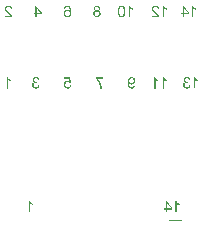
<source format=gbo>
G04*
G04 #@! TF.GenerationSoftware,Altium Limited,Altium Designer,23.8.1 (32)*
G04*
G04 Layer_Color=32896*
%FSLAX44Y44*%
%MOMM*%
G71*
G04*
G04 #@! TF.SameCoordinates,8D1D33FA-23F1-484C-B391-F775C52FBD05*
G04*
G04*
G04 #@! TF.FilePolarity,Positive*
G04*
G01*
G75*
%ADD11C,0.1000*%
G36*
X350291Y245972D02*
X350366Y245859D01*
X350526Y245625D01*
X350694Y245410D01*
X350863Y245213D01*
X350947Y245128D01*
X351022Y245044D01*
X351097Y244978D01*
X351154Y244913D01*
X351200Y244866D01*
X351247Y244828D01*
X351266Y244810D01*
X351275Y244800D01*
X351566Y244566D01*
X351856Y244350D01*
X352147Y244154D01*
X352419Y243994D01*
X352541Y243919D01*
X352653Y243863D01*
X352747Y243807D01*
X352831Y243760D01*
X352906Y243722D01*
X352953Y243694D01*
X352991Y243685D01*
X353000Y243676D01*
Y242542D01*
X352794Y242626D01*
X352578Y242720D01*
X352372Y242823D01*
X352185Y242916D01*
X352016Y243001D01*
X351950Y243038D01*
X351885Y243076D01*
X351838Y243104D01*
X351800Y243123D01*
X351782Y243141D01*
X351772D01*
X351529Y243291D01*
X351304Y243441D01*
X351107Y243582D01*
X350947Y243704D01*
X350816Y243807D01*
X350723Y243891D01*
X350694Y243919D01*
X350666Y243938D01*
X350657Y243957D01*
X350648D01*
Y236449D01*
X349467D01*
Y246094D01*
X350235D01*
X350291Y245972D01*
D02*
G37*
G36*
X346833Y239823D02*
Y238746D01*
X342662D01*
Y236449D01*
X341481D01*
Y238746D01*
X340188D01*
Y239823D01*
X341481D01*
Y246056D01*
X342447D01*
X346833Y239823D01*
D02*
G37*
G36*
X244156Y246084D02*
X244419Y246047D01*
X244663Y245991D01*
X244897Y245925D01*
X245112Y245841D01*
X245309Y245747D01*
X245487Y245644D01*
X245656Y245541D01*
X245797Y245438D01*
X245928Y245335D01*
X246040Y245241D01*
X246125Y245156D01*
X246200Y245091D01*
X246256Y245035D01*
X246284Y244997D01*
X246294Y244988D01*
X246472Y244735D01*
X246631Y244454D01*
X246772Y244144D01*
X246884Y243826D01*
X246987Y243488D01*
X247062Y243151D01*
X247137Y242813D01*
X247184Y242485D01*
X247231Y242176D01*
X247259Y241885D01*
X247287Y241623D01*
X247296Y241501D01*
Y241398D01*
X247306Y241295D01*
Y241201D01*
X247315Y241126D01*
Y241061D01*
Y241004D01*
Y240967D01*
Y240948D01*
Y240939D01*
X247306Y240489D01*
X247278Y240077D01*
X247231Y239683D01*
X247165Y239336D01*
X247099Y239008D01*
X247024Y238717D01*
X246940Y238455D01*
X246846Y238221D01*
X246762Y238015D01*
X246678Y237846D01*
X246603Y237696D01*
X246528Y237574D01*
X246472Y237480D01*
X246425Y237424D01*
X246397Y237377D01*
X246387Y237368D01*
X246209Y237180D01*
X246022Y237012D01*
X245825Y236871D01*
X245619Y236749D01*
X245422Y236637D01*
X245216Y236552D01*
X245028Y236478D01*
X244841Y236421D01*
X244663Y236384D01*
X244503Y236346D01*
X244353Y236327D01*
X244231Y236309D01*
X244128Y236299D01*
X244053Y236290D01*
X243988D01*
X243829Y236299D01*
X243669Y236309D01*
X243379Y236356D01*
X243116Y236421D01*
X242994Y236459D01*
X242891Y236496D01*
X242788Y236534D01*
X242704Y236571D01*
X242629Y236609D01*
X242563Y236637D01*
X242507Y236665D01*
X242469Y236684D01*
X242451Y236702D01*
X242441D01*
X242198Y236871D01*
X241982Y237059D01*
X241804Y237255D01*
X241645Y237452D01*
X241523Y237621D01*
X241476Y237696D01*
X241439Y237761D01*
X241401Y237808D01*
X241382Y237846D01*
X241364Y237874D01*
Y237883D01*
X241232Y238183D01*
X241138Y238474D01*
X241064Y238755D01*
X241017Y239017D01*
X240998Y239139D01*
X240989Y239242D01*
X240979Y239336D01*
Y239421D01*
X240970Y239486D01*
Y239533D01*
Y239561D01*
Y239570D01*
X240979Y239823D01*
X241007Y240058D01*
X241045Y240283D01*
X241101Y240498D01*
X241167Y240695D01*
X241232Y240883D01*
X241307Y241051D01*
X241382Y241201D01*
X241467Y241342D01*
X241542Y241464D01*
X241607Y241567D01*
X241673Y241651D01*
X241729Y241717D01*
X241766Y241773D01*
X241795Y241801D01*
X241804Y241810D01*
X241963Y241960D01*
X242123Y242101D01*
X242291Y242213D01*
X242469Y242317D01*
X242638Y242401D01*
X242798Y242467D01*
X242966Y242523D01*
X243116Y242570D01*
X243257Y242607D01*
X243388Y242635D01*
X243510Y242654D01*
X243613Y242673D01*
X243697D01*
X243754Y242682D01*
X243810D01*
X244063Y242673D01*
X244297Y242635D01*
X244513Y242579D01*
X244709Y242523D01*
X244794Y242495D01*
X244869Y242467D01*
X244934Y242438D01*
X245000Y242410D01*
X245037Y242392D01*
X245075Y242373D01*
X245094Y242363D01*
X245103D01*
X245328Y242232D01*
X245525Y242082D01*
X245703Y241923D01*
X245853Y241764D01*
X245975Y241623D01*
X246031Y241557D01*
X246068Y241501D01*
X246097Y241464D01*
X246125Y241426D01*
X246134Y241407D01*
X246143Y241398D01*
X246134Y241660D01*
X246125Y241904D01*
X246106Y242139D01*
X246087Y242354D01*
X246059Y242551D01*
X246031Y242738D01*
X246003Y242898D01*
X245975Y243048D01*
X245947Y243179D01*
X245919Y243301D01*
X245890Y243394D01*
X245862Y243479D01*
X245844Y243535D01*
X245825Y243582D01*
X245816Y243610D01*
Y243619D01*
X245684Y243901D01*
X245544Y244135D01*
X245394Y244341D01*
X245253Y244510D01*
X245122Y244641D01*
X245028Y244735D01*
X244991Y244772D01*
X244963Y244791D01*
X244944Y244810D01*
X244934D01*
X244766Y244913D01*
X244597Y244997D01*
X244428Y245053D01*
X244278Y245091D01*
X244138Y245110D01*
X244035Y245128D01*
X243941D01*
X243810Y245119D01*
X243688Y245110D01*
X243463Y245053D01*
X243257Y244969D01*
X243088Y244875D01*
X242947Y244782D01*
X242891Y244744D01*
X242844Y244697D01*
X242807Y244669D01*
X242779Y244641D01*
X242769Y244632D01*
X242760Y244622D01*
X242657Y244491D01*
X242563Y244332D01*
X242488Y244163D01*
X242423Y243994D01*
X242376Y243844D01*
X242357Y243779D01*
X242338Y243722D01*
X242329Y243676D01*
X242320Y243638D01*
X242310Y243619D01*
Y243610D01*
X241138Y243704D01*
X241176Y243910D01*
X241223Y244097D01*
X241270Y244275D01*
X241335Y244444D01*
X241410Y244604D01*
X241476Y244744D01*
X241551Y244885D01*
X241626Y244997D01*
X241701Y245100D01*
X241776Y245194D01*
X241842Y245278D01*
X241898Y245344D01*
X241945Y245391D01*
X241982Y245428D01*
X242001Y245447D01*
X242010Y245456D01*
X242151Y245569D01*
X242301Y245663D01*
X242451Y245756D01*
X242610Y245822D01*
X242760Y245888D01*
X242919Y245934D01*
X243210Y246019D01*
X243351Y246038D01*
X243472Y246056D01*
X243585Y246075D01*
X243688Y246084D01*
X243763Y246094D01*
X243875D01*
X244156Y246084D01*
D02*
G37*
G36*
X194279D02*
X194513Y246066D01*
X194738Y246028D01*
X194944Y245981D01*
X195141Y245925D01*
X195319Y245869D01*
X195478Y245803D01*
X195628Y245738D01*
X195760Y245672D01*
X195882Y245606D01*
X195975Y245550D01*
X196060Y245494D01*
X196125Y245447D01*
X196172Y245410D01*
X196200Y245391D01*
X196210Y245381D01*
X196350Y245241D01*
X196481Y245091D01*
X196594Y244932D01*
X196697Y244763D01*
X196781Y244585D01*
X196856Y244416D01*
X196922Y244247D01*
X196978Y244088D01*
X197016Y243929D01*
X197053Y243788D01*
X197081Y243657D01*
X197109Y243544D01*
X197119Y243451D01*
X197128Y243376D01*
X197137Y243338D01*
Y243319D01*
X195928Y243198D01*
X195919Y243366D01*
X195910Y243516D01*
X195882Y243666D01*
X195853Y243797D01*
X195807Y243919D01*
X195769Y244041D01*
X195722Y244144D01*
X195675Y244238D01*
X195628Y244322D01*
X195581Y244397D01*
X195535Y244463D01*
X195497Y244510D01*
X195469Y244547D01*
X195441Y244585D01*
X195432Y244594D01*
X195422Y244604D01*
X195319Y244697D01*
X195216Y244772D01*
X195103Y244847D01*
X194991Y244903D01*
X194766Y244997D01*
X194541Y245053D01*
X194447Y245072D01*
X194354Y245091D01*
X194269Y245100D01*
X194194Y245110D01*
X194138Y245119D01*
X194054D01*
X193904Y245110D01*
X193763Y245100D01*
X193510Y245044D01*
X193285Y244969D01*
X193182Y244922D01*
X193098Y244875D01*
X193013Y244828D01*
X192948Y244782D01*
X192882Y244744D01*
X192835Y244707D01*
X192798Y244678D01*
X192760Y244650D01*
X192751Y244641D01*
X192742Y244632D01*
X192648Y244538D01*
X192573Y244444D01*
X192507Y244341D01*
X192451Y244247D01*
X192357Y244051D01*
X192301Y243863D01*
X192264Y243694D01*
X192254Y243629D01*
X192245Y243573D01*
X192236Y243516D01*
Y243479D01*
Y243460D01*
Y243451D01*
X192245Y243329D01*
X192264Y243198D01*
X192292Y243076D01*
X192320Y242945D01*
X192414Y242710D01*
X192517Y242495D01*
X192573Y242401D01*
X192620Y242307D01*
X192667Y242232D01*
X192714Y242167D01*
X192742Y242110D01*
X192770Y242073D01*
X192789Y242045D01*
X192798Y242035D01*
X192910Y241885D01*
X193051Y241735D01*
X193201Y241567D01*
X193360Y241398D01*
X193707Y241061D01*
X194063Y240733D01*
X194232Y240583D01*
X194391Y240442D01*
X194532Y240311D01*
X194663Y240208D01*
X194766Y240114D01*
X194851Y240048D01*
X194897Y240011D01*
X194916Y239992D01*
X195094Y239842D01*
X195272Y239692D01*
X195432Y239552D01*
X195581Y239421D01*
X195713Y239289D01*
X195844Y239167D01*
X195956Y239055D01*
X196060Y238961D01*
X196153Y238867D01*
X196228Y238783D01*
X196294Y238708D01*
X196350Y238652D01*
X196397Y238605D01*
X196425Y238568D01*
X196444Y238549D01*
X196453Y238539D01*
X196641Y238305D01*
X196800Y238080D01*
X196931Y237865D01*
X197044Y237668D01*
X197128Y237499D01*
X197156Y237433D01*
X197184Y237377D01*
X197203Y237330D01*
X197222Y237293D01*
X197231Y237274D01*
Y237265D01*
X197278Y237115D01*
X197316Y236974D01*
X197334Y236834D01*
X197353Y236712D01*
X197362Y236599D01*
Y236524D01*
Y236468D01*
Y236459D01*
Y236449D01*
X191017D01*
Y237583D01*
X195732D01*
X195657Y237705D01*
X195572Y237818D01*
X195488Y237921D01*
X195413Y238024D01*
X195338Y238099D01*
X195282Y238165D01*
X195244Y238211D01*
X195235Y238221D01*
X195169Y238286D01*
X195085Y238361D01*
X194991Y238455D01*
X194888Y238549D01*
X194663Y238746D01*
X194438Y238942D01*
X194213Y239130D01*
X194119Y239214D01*
X194035Y239289D01*
X193969Y239345D01*
X193913Y239392D01*
X193876Y239421D01*
X193866Y239430D01*
X193641Y239627D01*
X193426Y239805D01*
X193229Y239983D01*
X193051Y240142D01*
X192882Y240292D01*
X192742Y240433D01*
X192601Y240564D01*
X192489Y240676D01*
X192386Y240779D01*
X192292Y240864D01*
X192226Y240939D01*
X192161Y241004D01*
X192114Y241051D01*
X192086Y241089D01*
X192067Y241108D01*
X192057Y241117D01*
X191861Y241342D01*
X191701Y241557D01*
X191561Y241764D01*
X191458Y241932D01*
X191373Y242082D01*
X191345Y242139D01*
X191317Y242195D01*
X191298Y242232D01*
X191280Y242260D01*
X191270Y242279D01*
Y242288D01*
X191186Y242495D01*
X191130Y242701D01*
X191083Y242898D01*
X191055Y243066D01*
X191036Y243216D01*
Y243273D01*
X191026Y243329D01*
Y243366D01*
Y243394D01*
Y243413D01*
Y243423D01*
X191036Y243629D01*
X191064Y243826D01*
X191101Y244022D01*
X191148Y244200D01*
X191214Y244369D01*
X191280Y244519D01*
X191355Y244669D01*
X191430Y244800D01*
X191504Y244922D01*
X191579Y245025D01*
X191645Y245110D01*
X191711Y245185D01*
X191758Y245250D01*
X191795Y245288D01*
X191823Y245316D01*
X191833Y245325D01*
X191992Y245456D01*
X192161Y245578D01*
X192329Y245681D01*
X192517Y245766D01*
X192695Y245841D01*
X192882Y245906D01*
X193060Y245953D01*
X193229Y246000D01*
X193398Y246028D01*
X193548Y246056D01*
X193679Y246075D01*
X193791Y246084D01*
X193895D01*
X193960Y246094D01*
X194026D01*
X194279Y246084D01*
D02*
G37*
G36*
X222193Y239861D02*
Y238783D01*
X218023D01*
Y236487D01*
X216842D01*
Y238783D01*
X215548D01*
Y239861D01*
X216842D01*
Y246094D01*
X217807D01*
X222193Y239861D01*
D02*
G37*
G36*
X318743Y246084D02*
X318978Y246066D01*
X319203Y246028D01*
X319409Y245981D01*
X319606Y245925D01*
X319784Y245869D01*
X319943Y245803D01*
X320093Y245738D01*
X320224Y245672D01*
X320346Y245606D01*
X320440Y245550D01*
X320524Y245494D01*
X320590Y245447D01*
X320637Y245410D01*
X320665Y245391D01*
X320674Y245381D01*
X320815Y245241D01*
X320946Y245091D01*
X321059Y244932D01*
X321162Y244763D01*
X321246Y244585D01*
X321321Y244416D01*
X321387Y244247D01*
X321443Y244088D01*
X321480Y243929D01*
X321518Y243788D01*
X321546Y243657D01*
X321574Y243544D01*
X321583Y243451D01*
X321593Y243376D01*
X321602Y243338D01*
Y243319D01*
X320393Y243198D01*
X320384Y243366D01*
X320374Y243516D01*
X320346Y243666D01*
X320318Y243797D01*
X320271Y243919D01*
X320234Y244041D01*
X320187Y244144D01*
X320140Y244238D01*
X320093Y244322D01*
X320046Y244397D01*
X319999Y244463D01*
X319962Y244510D01*
X319934Y244547D01*
X319906Y244585D01*
X319896Y244594D01*
X319887Y244604D01*
X319784Y244697D01*
X319681Y244772D01*
X319568Y244847D01*
X319456Y244903D01*
X319231Y244997D01*
X319006Y245053D01*
X318912Y245072D01*
X318818Y245091D01*
X318734Y245100D01*
X318659Y245110D01*
X318603Y245119D01*
X318519D01*
X318369Y245110D01*
X318228Y245100D01*
X317975Y245044D01*
X317750Y244969D01*
X317647Y244922D01*
X317563Y244875D01*
X317478Y244828D01*
X317413Y244782D01*
X317347Y244744D01*
X317300Y244707D01*
X317263Y244678D01*
X317225Y244650D01*
X317216Y244641D01*
X317206Y244632D01*
X317113Y244538D01*
X317038Y244444D01*
X316972Y244341D01*
X316916Y244247D01*
X316822Y244051D01*
X316766Y243863D01*
X316728Y243694D01*
X316719Y243629D01*
X316710Y243573D01*
X316700Y243516D01*
Y243479D01*
Y243460D01*
Y243451D01*
X316710Y243329D01*
X316728Y243198D01*
X316756Y243076D01*
X316785Y242945D01*
X316878Y242710D01*
X316982Y242495D01*
X317038Y242401D01*
X317085Y242307D01*
X317131Y242232D01*
X317178Y242167D01*
X317206Y242110D01*
X317234Y242073D01*
X317253Y242045D01*
X317263Y242035D01*
X317375Y241885D01*
X317516Y241735D01*
X317666Y241567D01*
X317825Y241398D01*
X318172Y241061D01*
X318528Y240733D01*
X318697Y240583D01*
X318856Y240442D01*
X318997Y240311D01*
X319128Y240208D01*
X319231Y240114D01*
X319315Y240048D01*
X319362Y240011D01*
X319381Y239992D01*
X319559Y239842D01*
X319737Y239692D01*
X319896Y239552D01*
X320046Y239421D01*
X320177Y239289D01*
X320309Y239167D01*
X320421Y239055D01*
X320524Y238961D01*
X320618Y238867D01*
X320693Y238783D01*
X320759Y238708D01*
X320815Y238652D01*
X320862Y238605D01*
X320890Y238568D01*
X320909Y238549D01*
X320918Y238539D01*
X321105Y238305D01*
X321265Y238080D01*
X321396Y237865D01*
X321508Y237668D01*
X321593Y237499D01*
X321621Y237433D01*
X321649Y237377D01*
X321668Y237330D01*
X321687Y237293D01*
X321696Y237274D01*
Y237265D01*
X321743Y237115D01*
X321780Y236974D01*
X321799Y236834D01*
X321818Y236712D01*
X321827Y236599D01*
Y236524D01*
Y236468D01*
Y236459D01*
Y236449D01*
X315482D01*
Y237583D01*
X320196D01*
X320121Y237705D01*
X320037Y237818D01*
X319953Y237921D01*
X319878Y238024D01*
X319803Y238099D01*
X319746Y238165D01*
X319709Y238211D01*
X319699Y238221D01*
X319634Y238286D01*
X319550Y238361D01*
X319456Y238455D01*
X319353Y238549D01*
X319128Y238746D01*
X318903Y238942D01*
X318678Y239130D01*
X318584Y239214D01*
X318500Y239289D01*
X318434Y239345D01*
X318378Y239392D01*
X318340Y239421D01*
X318331Y239430D01*
X318106Y239627D01*
X317891Y239805D01*
X317694Y239983D01*
X317516Y240142D01*
X317347Y240292D01*
X317206Y240433D01*
X317066Y240564D01*
X316953Y240676D01*
X316850Y240779D01*
X316756Y240864D01*
X316691Y240939D01*
X316625Y241004D01*
X316578Y241051D01*
X316550Y241089D01*
X316532Y241108D01*
X316522Y241117D01*
X316325Y241342D01*
X316166Y241557D01*
X316026Y241764D01*
X315922Y241932D01*
X315838Y242082D01*
X315810Y242139D01*
X315782Y242195D01*
X315763Y242232D01*
X315744Y242260D01*
X315735Y242279D01*
Y242288D01*
X315651Y242495D01*
X315594Y242701D01*
X315548Y242898D01*
X315519Y243066D01*
X315501Y243216D01*
Y243273D01*
X315491Y243329D01*
Y243366D01*
Y243394D01*
Y243413D01*
Y243423D01*
X315501Y243629D01*
X315529Y243826D01*
X315566Y244022D01*
X315613Y244200D01*
X315679Y244369D01*
X315744Y244519D01*
X315819Y244669D01*
X315894Y244800D01*
X315969Y244922D01*
X316044Y245025D01*
X316110Y245110D01*
X316175Y245185D01*
X316222Y245250D01*
X316260Y245288D01*
X316288Y245316D01*
X316297Y245325D01*
X316457Y245456D01*
X316625Y245578D01*
X316794Y245681D01*
X316982Y245766D01*
X317160Y245841D01*
X317347Y245906D01*
X317525Y245953D01*
X317694Y246000D01*
X317862Y246028D01*
X318012Y246056D01*
X318144Y246075D01*
X318256Y246084D01*
X318359D01*
X318425Y246094D01*
X318490D01*
X318743Y246084D01*
D02*
G37*
G36*
X325520Y245972D02*
X325595Y245859D01*
X325754Y245625D01*
X325923Y245410D01*
X326092Y245213D01*
X326176Y245128D01*
X326251Y245044D01*
X326326Y244978D01*
X326382Y244913D01*
X326429Y244866D01*
X326476Y244828D01*
X326495Y244810D01*
X326504Y244800D01*
X326795Y244566D01*
X327085Y244350D01*
X327376Y244154D01*
X327648Y243994D01*
X327769Y243919D01*
X327882Y243863D01*
X327976Y243807D01*
X328060Y243760D01*
X328135Y243722D01*
X328182Y243694D01*
X328219Y243685D01*
X328229Y243676D01*
Y242542D01*
X328022Y242626D01*
X327807Y242720D01*
X327601Y242823D01*
X327413Y242916D01*
X327244Y243001D01*
X327179Y243038D01*
X327113Y243076D01*
X327066Y243104D01*
X327029Y243123D01*
X327010Y243141D01*
X327001D01*
X326757Y243291D01*
X326532Y243441D01*
X326335Y243582D01*
X326176Y243704D01*
X326045Y243807D01*
X325951Y243891D01*
X325923Y243919D01*
X325895Y243938D01*
X325885Y243957D01*
X325876D01*
Y236449D01*
X324695D01*
Y246094D01*
X325464D01*
X325520Y245972D01*
D02*
G37*
G36*
X296827D02*
X296902Y245859D01*
X297062Y245625D01*
X297230Y245410D01*
X297399Y245213D01*
X297483Y245128D01*
X297558Y245044D01*
X297633Y244978D01*
X297690Y244913D01*
X297736Y244866D01*
X297783Y244828D01*
X297802Y244810D01*
X297811Y244800D01*
X298102Y244566D01*
X298393Y244350D01*
X298683Y244154D01*
X298955Y243994D01*
X299077Y243919D01*
X299189Y243863D01*
X299283Y243807D01*
X299367Y243760D01*
X299442Y243722D01*
X299489Y243694D01*
X299527Y243685D01*
X299536Y243676D01*
Y242542D01*
X299330Y242626D01*
X299114Y242720D01*
X298908Y242823D01*
X298721Y242916D01*
X298552Y243001D01*
X298486Y243038D01*
X298421Y243076D01*
X298374Y243104D01*
X298336Y243123D01*
X298318Y243141D01*
X298308D01*
X298064Y243291D01*
X297840Y243441D01*
X297643Y243582D01*
X297483Y243704D01*
X297352Y243807D01*
X297258Y243891D01*
X297230Y243919D01*
X297202Y243938D01*
X297193Y243957D01*
X297183D01*
Y236449D01*
X296003D01*
Y246094D01*
X296771D01*
X296827Y245972D01*
D02*
G37*
G36*
X290051Y246084D02*
X290229Y246066D01*
X290407Y246038D01*
X290566Y246009D01*
X290726Y245963D01*
X290866Y245916D01*
X290998Y245869D01*
X291119Y245813D01*
X291222Y245756D01*
X291326Y245709D01*
X291401Y245663D01*
X291476Y245616D01*
X291522Y245588D01*
X291569Y245560D01*
X291588Y245541D01*
X291597Y245531D01*
X291719Y245419D01*
X291841Y245297D01*
X292057Y245044D01*
X292235Y244782D01*
X292375Y244519D01*
X292441Y244397D01*
X292488Y244285D01*
X292535Y244191D01*
X292572Y244097D01*
X292600Y244032D01*
X292619Y243976D01*
X292638Y243938D01*
Y243929D01*
X292694Y243722D01*
X292750Y243516D01*
X292835Y243057D01*
X292900Y242607D01*
X292919Y242382D01*
X292938Y242167D01*
X292956Y241960D01*
X292966Y241773D01*
X292975Y241614D01*
Y241464D01*
X292985Y241351D01*
Y241257D01*
Y241201D01*
Y241192D01*
Y241182D01*
X292975Y240695D01*
X292947Y240236D01*
X292900Y239823D01*
X292835Y239430D01*
X292769Y239083D01*
X292685Y238764D01*
X292600Y238474D01*
X292507Y238221D01*
X292422Y237996D01*
X292338Y237799D01*
X292253Y237640D01*
X292188Y237508D01*
X292122Y237405D01*
X292075Y237330D01*
X292047Y237293D01*
X292038Y237274D01*
X291888Y237105D01*
X291719Y236946D01*
X291541Y236815D01*
X291363Y236702D01*
X291185Y236609D01*
X290998Y236534D01*
X290819Y236468D01*
X290651Y236412D01*
X290491Y236374D01*
X290341Y236346D01*
X290201Y236318D01*
X290088Y236309D01*
X289985Y236299D01*
X289920Y236290D01*
X289854D01*
X289657Y236299D01*
X289479Y236318D01*
X289301Y236346D01*
X289142Y236374D01*
X288982Y236421D01*
X288842Y236468D01*
X288711Y236515D01*
X288589Y236571D01*
X288486Y236627D01*
X288392Y236674D01*
X288308Y236721D01*
X288242Y236768D01*
X288186Y236796D01*
X288148Y236824D01*
X288130Y236843D01*
X288120Y236852D01*
X287998Y236965D01*
X287876Y237087D01*
X287661Y237340D01*
X287483Y237612D01*
X287342Y237865D01*
X287277Y237986D01*
X287230Y238099D01*
X287183Y238193D01*
X287145Y238286D01*
X287117Y238352D01*
X287099Y238408D01*
X287080Y238446D01*
Y238455D01*
X287014Y238661D01*
X286958Y238867D01*
X286874Y239317D01*
X286808Y239777D01*
X286789Y239992D01*
X286770Y240208D01*
X286752Y240414D01*
X286742Y240592D01*
X286733Y240761D01*
Y240901D01*
X286724Y241023D01*
Y241108D01*
Y241164D01*
Y241182D01*
Y241445D01*
X286733Y241689D01*
X286742Y241923D01*
X286761Y242139D01*
X286780Y242345D01*
X286799Y242523D01*
X286817Y242701D01*
X286836Y242851D01*
X286855Y242991D01*
X286874Y243113D01*
X286892Y243216D01*
X286911Y243301D01*
X286930Y243366D01*
X286939Y243413D01*
X286949Y243441D01*
Y243451D01*
X287033Y243751D01*
X287136Y244032D01*
X287230Y244275D01*
X287277Y244379D01*
X287323Y244482D01*
X287370Y244566D01*
X287408Y244650D01*
X287445Y244716D01*
X287473Y244772D01*
X287502Y244819D01*
X287520Y244847D01*
X287539Y244866D01*
Y244875D01*
X287689Y245082D01*
X287848Y245269D01*
X288008Y245419D01*
X288158Y245550D01*
X288298Y245644D01*
X288401Y245719D01*
X288448Y245747D01*
X288476Y245756D01*
X288495Y245775D01*
X288504D01*
X288729Y245878D01*
X288964Y245963D01*
X289189Y246019D01*
X289395Y246056D01*
X289489Y246066D01*
X289582Y246075D01*
X289657Y246084D01*
X289723Y246094D01*
X289854D01*
X290051Y246084D01*
D02*
G37*
G36*
X269222D02*
X269447Y246066D01*
X269644Y246028D01*
X269841Y245981D01*
X270019Y245925D01*
X270187Y245869D01*
X270337Y245803D01*
X270469Y245738D01*
X270590Y245663D01*
X270703Y245597D01*
X270787Y245541D01*
X270862Y245485D01*
X270928Y245438D01*
X270965Y245400D01*
X270993Y245381D01*
X271003Y245372D01*
X271134Y245231D01*
X271246Y245091D01*
X271350Y244941D01*
X271434Y244800D01*
X271509Y244650D01*
X271565Y244500D01*
X271621Y244360D01*
X271659Y244229D01*
X271687Y244097D01*
X271715Y243976D01*
X271734Y243872D01*
X271743Y243788D01*
Y243713D01*
X271752Y243657D01*
Y243619D01*
Y243610D01*
X271734Y243357D01*
X271696Y243132D01*
X271640Y242926D01*
X271574Y242757D01*
X271518Y242617D01*
X271490Y242560D01*
X271462Y242504D01*
X271434Y242467D01*
X271425Y242438D01*
X271406Y242429D01*
Y242420D01*
X271256Y242242D01*
X271087Y242092D01*
X270900Y241960D01*
X270721Y241848D01*
X270562Y241764D01*
X270487Y241726D01*
X270431Y241698D01*
X270384Y241679D01*
X270337Y241660D01*
X270319Y241651D01*
X270309D01*
X270469Y241604D01*
X270618Y241548D01*
X270759Y241492D01*
X270890Y241426D01*
X271012Y241351D01*
X271125Y241276D01*
X271228Y241211D01*
X271321Y241136D01*
X271396Y241070D01*
X271471Y241004D01*
X271528Y240948D01*
X271584Y240892D01*
X271621Y240845D01*
X271649Y240817D01*
X271659Y240798D01*
X271668Y240789D01*
X271752Y240667D01*
X271818Y240545D01*
X271884Y240414D01*
X271940Y240283D01*
X272024Y240020D01*
X272081Y239767D01*
X272099Y239655D01*
X272109Y239552D01*
X272118Y239458D01*
X272127Y239383D01*
X272137Y239317D01*
Y239261D01*
Y239233D01*
Y239224D01*
X272127Y238989D01*
X272099Y238774D01*
X272052Y238568D01*
X272006Y238371D01*
X271940Y238183D01*
X271865Y238005D01*
X271790Y237846D01*
X271706Y237705D01*
X271621Y237574D01*
X271546Y237462D01*
X271471Y237358D01*
X271406Y237274D01*
X271350Y237208D01*
X271312Y237162D01*
X271284Y237134D01*
X271275Y237124D01*
X271106Y236974D01*
X270928Y236852D01*
X270740Y236740D01*
X270543Y236646D01*
X270356Y236562D01*
X270168Y236496D01*
X269981Y236440D01*
X269803Y236393D01*
X269634Y236356D01*
X269475Y236337D01*
X269334Y236318D01*
X269212Y236299D01*
X269119D01*
X269044Y236290D01*
X268978D01*
X268716Y236299D01*
X268472Y236327D01*
X268238Y236365D01*
X268022Y236421D01*
X267816Y236487D01*
X267629Y236552D01*
X267451Y236627D01*
X267291Y236712D01*
X267160Y236787D01*
X267029Y236862D01*
X266926Y236927D01*
X266841Y236993D01*
X266776Y237049D01*
X266719Y237087D01*
X266691Y237115D01*
X266682Y237124D01*
X266532Y237283D01*
X266391Y237452D01*
X266279Y237621D01*
X266176Y237799D01*
X266091Y237977D01*
X266026Y238146D01*
X265970Y238314D01*
X265923Y238474D01*
X265885Y238624D01*
X265857Y238764D01*
X265838Y238886D01*
X265820Y238989D01*
Y239074D01*
X265810Y239139D01*
Y239186D01*
Y239195D01*
X265820Y239364D01*
X265829Y239514D01*
X265885Y239814D01*
X265960Y240067D01*
X265998Y240189D01*
X266045Y240292D01*
X266091Y240386D01*
X266129Y240480D01*
X266166Y240545D01*
X266204Y240611D01*
X266232Y240658D01*
X266260Y240695D01*
X266269Y240714D01*
X266279Y240723D01*
X266373Y240836D01*
X266466Y240948D01*
X266682Y241136D01*
X266907Y241295D01*
X267122Y241426D01*
X267319Y241529D01*
X267404Y241567D01*
X267479Y241595D01*
X267535Y241623D01*
X267582Y241642D01*
X267610Y241651D01*
X267619D01*
X267366Y241764D01*
X267151Y241885D01*
X266973Y242007D01*
X266822Y242129D01*
X266710Y242242D01*
X266626Y242326D01*
X266579Y242392D01*
X266560Y242401D01*
Y242410D01*
X266438Y242607D01*
X266354Y242804D01*
X266288Y243001D01*
X266251Y243179D01*
X266223Y243338D01*
X266213Y243413D01*
Y243469D01*
X266204Y243516D01*
Y243554D01*
Y243573D01*
Y243582D01*
X266213Y243779D01*
X266232Y243957D01*
X266279Y244135D01*
X266326Y244304D01*
X266382Y244463D01*
X266448Y244604D01*
X266513Y244744D01*
X266588Y244866D01*
X266663Y244978D01*
X266729Y245072D01*
X266794Y245166D01*
X266851Y245231D01*
X266898Y245288D01*
X266935Y245325D01*
X266963Y245353D01*
X266973Y245363D01*
X267122Y245494D01*
X267282Y245606D01*
X267441Y245700D01*
X267610Y245784D01*
X267778Y245859D01*
X267947Y245916D01*
X268116Y245963D01*
X268275Y246000D01*
X268425Y246028D01*
X268556Y246056D01*
X268678Y246075D01*
X268791Y246084D01*
X268875Y246094D01*
X268997D01*
X269222Y246084D01*
D02*
G37*
G36*
X298645Y185616D02*
X298879Y185588D01*
X299095Y185541D01*
X299301Y185484D01*
X299488Y185419D01*
X299666Y185344D01*
X299835Y185259D01*
X299985Y185184D01*
X300116Y185100D01*
X300238Y185016D01*
X300332Y184941D01*
X300416Y184875D01*
X300491Y184819D01*
X300538Y184772D01*
X300566Y184744D01*
X300575Y184735D01*
X300725Y184566D01*
X300856Y184378D01*
X300969Y184191D01*
X301072Y183994D01*
X301147Y183797D01*
X301222Y183601D01*
X301278Y183404D01*
X301325Y183226D01*
X301353Y183048D01*
X301381Y182888D01*
X301400Y182748D01*
X301419Y182626D01*
Y182523D01*
X301428Y182448D01*
Y182401D01*
Y182382D01*
X301419Y182120D01*
X301391Y181876D01*
X301353Y181651D01*
X301297Y181426D01*
X301241Y181229D01*
X301166Y181042D01*
X301091Y180864D01*
X301016Y180714D01*
X300941Y180573D01*
X300866Y180451D01*
X300791Y180348D01*
X300735Y180264D01*
X300678Y180198D01*
X300641Y180142D01*
X300613Y180114D01*
X300604Y180105D01*
X300444Y179954D01*
X300275Y179823D01*
X300107Y179701D01*
X299938Y179608D01*
X299769Y179523D01*
X299601Y179448D01*
X299441Y179392D01*
X299282Y179355D01*
X299141Y179317D01*
X299010Y179289D01*
X298888Y179270D01*
X298785Y179252D01*
X298701D01*
X298645Y179242D01*
X298588D01*
X298326Y179261D01*
X298082Y179298D01*
X297857Y179355D01*
X297661Y179420D01*
X297576Y179448D01*
X297501Y179477D01*
X297426Y179505D01*
X297370Y179533D01*
X297323Y179561D01*
X297295Y179570D01*
X297276Y179589D01*
X297267D01*
X297051Y179730D01*
X296854Y179879D01*
X296686Y180030D01*
X296545Y180170D01*
X296433Y180301D01*
X296358Y180404D01*
X296330Y180442D01*
X296311Y180470D01*
X296292Y180489D01*
Y180395D01*
Y180329D01*
Y180283D01*
Y180264D01*
X296301Y179992D01*
X296320Y179730D01*
X296348Y179486D01*
X296376Y179270D01*
X296395Y179167D01*
X296414Y179083D01*
X296433Y179008D01*
X296442Y178942D01*
X296451Y178895D01*
X296461Y178849D01*
X296470Y178830D01*
Y178820D01*
X296536Y178567D01*
X296611Y178352D01*
X296686Y178155D01*
X296761Y177996D01*
X296817Y177864D01*
X296864Y177771D01*
X296882Y177743D01*
X296901Y177715D01*
X296911Y177705D01*
Y177696D01*
X297014Y177546D01*
X297117Y177415D01*
X297229Y177302D01*
X297342Y177208D01*
X297435Y177133D01*
X297511Y177077D01*
X297557Y177040D01*
X297567Y177030D01*
X297576D01*
X297735Y176946D01*
X297895Y176890D01*
X298064Y176843D01*
X298204Y176815D01*
X298335Y176796D01*
X298438Y176787D01*
X298532D01*
X298757Y176805D01*
X298963Y176843D01*
X299141Y176899D01*
X299291Y176965D01*
X299413Y177030D01*
X299498Y177087D01*
X299554Y177124D01*
X299563Y177143D01*
X299573D01*
X299648Y177218D01*
X299713Y177302D01*
X299825Y177480D01*
X299919Y177677D01*
X299994Y177864D01*
X300051Y178043D01*
X300069Y178118D01*
X300088Y178183D01*
X300097Y178239D01*
X300107Y178277D01*
X300116Y178305D01*
Y178314D01*
X301250Y178211D01*
X301213Y178005D01*
X301175Y177808D01*
X301119Y177621D01*
X301053Y177452D01*
X300988Y177293D01*
X300922Y177152D01*
X300847Y177012D01*
X300772Y176899D01*
X300697Y176787D01*
X300632Y176702D01*
X300566Y176618D01*
X300510Y176552D01*
X300463Y176505D01*
X300425Y176468D01*
X300407Y176449D01*
X300397Y176440D01*
X300257Y176327D01*
X300116Y176234D01*
X299966Y176149D01*
X299807Y176084D01*
X299657Y176018D01*
X299498Y175971D01*
X299207Y175896D01*
X299076Y175877D01*
X298944Y175859D01*
X298832Y175840D01*
X298738Y175831D01*
X298663Y175821D01*
X298551D01*
X298354Y175831D01*
X298167Y175849D01*
X297988Y175877D01*
X297820Y175906D01*
X297651Y175952D01*
X297501Y175999D01*
X297360Y176046D01*
X297229Y176102D01*
X297117Y176159D01*
X297014Y176206D01*
X296920Y176252D01*
X296845Y176299D01*
X296779Y176327D01*
X296742Y176355D01*
X296714Y176374D01*
X296705Y176384D01*
X296564Y176496D01*
X296423Y176618D01*
X296189Y176880D01*
X295983Y177162D01*
X295814Y177424D01*
X295739Y177555D01*
X295683Y177668D01*
X295636Y177771D01*
X295589Y177864D01*
X295552Y177939D01*
X295533Y177996D01*
X295514Y178033D01*
Y178043D01*
X295439Y178258D01*
X295383Y178483D01*
X295327Y178717D01*
X295280Y178961D01*
X295205Y179448D01*
X295186Y179692D01*
X295158Y179917D01*
X295149Y180142D01*
X295130Y180339D01*
X295121Y180517D01*
Y180676D01*
X295111Y180798D01*
Y180892D01*
Y180929D01*
Y180957D01*
Y180967D01*
Y180976D01*
Y181295D01*
X295130Y181604D01*
X295149Y181885D01*
X295177Y182148D01*
X295205Y182391D01*
X295242Y182607D01*
X295271Y182813D01*
X295308Y182991D01*
X295345Y183151D01*
X295383Y183291D01*
X295420Y183404D01*
X295448Y183507D01*
X295477Y183582D01*
X295495Y183629D01*
X295505Y183666D01*
X295514Y183675D01*
X295589Y183844D01*
X295683Y184004D01*
X295777Y184153D01*
X295870Y184294D01*
X295964Y184425D01*
X296067Y184547D01*
X296161Y184650D01*
X296255Y184753D01*
X296348Y184838D01*
X296423Y184913D01*
X296498Y184969D01*
X296564Y185025D01*
X296620Y185063D01*
X296658Y185100D01*
X296686Y185110D01*
X296695Y185119D01*
X296845Y185213D01*
X296995Y185287D01*
X297145Y185353D01*
X297295Y185409D01*
X297576Y185503D01*
X297848Y185559D01*
X297960Y185588D01*
X298073Y185597D01*
X298167Y185606D01*
X298251Y185616D01*
X298316Y185625D01*
X298410D01*
X298645Y185616D01*
D02*
G37*
G36*
X217486D02*
X217692Y185597D01*
X217879Y185569D01*
X218057Y185522D01*
X218226Y185475D01*
X218385Y185419D01*
X218535Y185362D01*
X218667Y185297D01*
X218779Y185241D01*
X218892Y185175D01*
X218976Y185119D01*
X219051Y185072D01*
X219116Y185025D01*
X219154Y184997D01*
X219182Y184978D01*
X219191Y184969D01*
X219323Y184838D01*
X219454Y184706D01*
X219566Y184557D01*
X219660Y184407D01*
X219754Y184257D01*
X219829Y184097D01*
X219904Y183947D01*
X219960Y183807D01*
X220016Y183666D01*
X220054Y183544D01*
X220091Y183422D01*
X220119Y183329D01*
X220138Y183244D01*
X220157Y183188D01*
X220166Y183141D01*
Y183132D01*
X218985Y182926D01*
X218957Y183085D01*
X218929Y183226D01*
X218882Y183366D01*
X218845Y183488D01*
X218798Y183610D01*
X218751Y183713D01*
X218695Y183807D01*
X218648Y183900D01*
X218601Y183975D01*
X218554Y184041D01*
X218517Y184097D01*
X218479Y184135D01*
X218451Y184172D01*
X218423Y184200D01*
X218414Y184210D01*
X218404Y184219D01*
X218320Y184294D01*
X218226Y184369D01*
X218029Y184472D01*
X217842Y184557D01*
X217654Y184603D01*
X217495Y184641D01*
X217429Y184650D01*
X217364D01*
X217317Y184660D01*
X217120D01*
X217008Y184641D01*
X216783Y184594D01*
X216586Y184519D01*
X216427Y184444D01*
X216295Y184369D01*
X216192Y184294D01*
X216164Y184266D01*
X216136Y184247D01*
X216127Y184238D01*
X216117Y184228D01*
X216042Y184144D01*
X215967Y184060D01*
X215864Y183882D01*
X215780Y183704D01*
X215733Y183535D01*
X215695Y183385D01*
X215686Y183319D01*
Y183263D01*
X215677Y183216D01*
Y183179D01*
Y183160D01*
Y183151D01*
X215686Y183001D01*
X215705Y182869D01*
X215733Y182738D01*
X215770Y182616D01*
X215817Y182513D01*
X215874Y182410D01*
X215920Y182316D01*
X215977Y182241D01*
X216042Y182167D01*
X216089Y182110D01*
X216145Y182054D01*
X216192Y182017D01*
X216230Y181979D01*
X216258Y181960D01*
X216277Y181951D01*
X216286Y181942D01*
X216520Y181810D01*
X216755Y181717D01*
X216980Y181642D01*
X217195Y181595D01*
X217289Y181585D01*
X217373Y181567D01*
X217448Y181557D01*
X217514D01*
X217570Y181548D01*
X217701D01*
X217767Y181557D01*
X217814Y181567D01*
X217832D01*
X217964Y180536D01*
X217786Y180573D01*
X217626Y180611D01*
X217486Y180629D01*
X217364Y180639D01*
X217270Y180648D01*
X217195Y180658D01*
X217139D01*
X216989Y180648D01*
X216848Y180639D01*
X216586Y180573D01*
X216352Y180489D01*
X216248Y180442D01*
X216155Y180395D01*
X216070Y180348D01*
X216005Y180301D01*
X215939Y180254D01*
X215883Y180217D01*
X215845Y180180D01*
X215817Y180151D01*
X215799Y180142D01*
X215789Y180133D01*
X215695Y180030D01*
X215611Y179926D01*
X215546Y179814D01*
X215480Y179701D01*
X215424Y179589D01*
X215386Y179477D01*
X215321Y179270D01*
X215302Y179167D01*
X215283Y179083D01*
X215274Y178999D01*
X215264Y178933D01*
X215255Y178867D01*
Y178830D01*
Y178802D01*
Y178792D01*
X215264Y178633D01*
X215283Y178483D01*
X215311Y178342D01*
X215339Y178211D01*
X215433Y177967D01*
X215489Y177855D01*
X215536Y177761D01*
X215592Y177668D01*
X215649Y177593D01*
X215695Y177527D01*
X215733Y177471D01*
X215770Y177424D01*
X215799Y177396D01*
X215817Y177377D01*
X215827Y177368D01*
X215939Y177265D01*
X216052Y177180D01*
X216164Y177105D01*
X216286Y177040D01*
X216408Y176983D01*
X216520Y176937D01*
X216745Y176871D01*
X216848Y176843D01*
X216942Y176824D01*
X217017Y176815D01*
X217092Y176805D01*
X217148Y176796D01*
X217233D01*
X217364Y176805D01*
X217486Y176815D01*
X217711Y176862D01*
X217917Y176937D01*
X218095Y177021D01*
X218235Y177096D01*
X218292Y177133D01*
X218339Y177171D01*
X218376Y177199D01*
X218404Y177218D01*
X218414Y177236D01*
X218423D01*
X218507Y177330D01*
X218592Y177424D01*
X218732Y177649D01*
X218854Y177893D01*
X218948Y178127D01*
X218985Y178239D01*
X219023Y178342D01*
X219051Y178445D01*
X219070Y178521D01*
X219088Y178596D01*
X219098Y178642D01*
X219107Y178680D01*
Y178689D01*
X220288Y178530D01*
X220260Y178305D01*
X220213Y178099D01*
X220157Y177902D01*
X220091Y177715D01*
X220016Y177536D01*
X219941Y177377D01*
X219857Y177227D01*
X219773Y177096D01*
X219688Y176974D01*
X219613Y176871D01*
X219538Y176787D01*
X219473Y176712D01*
X219416Y176646D01*
X219379Y176609D01*
X219351Y176580D01*
X219341Y176571D01*
X219182Y176440D01*
X219013Y176327D01*
X218835Y176224D01*
X218657Y176140D01*
X218489Y176065D01*
X218310Y176009D01*
X218142Y175952D01*
X217982Y175915D01*
X217823Y175887D01*
X217682Y175859D01*
X217561Y175840D01*
X217448Y175831D01*
X217364D01*
X217298Y175821D01*
X217242D01*
X216980Y175831D01*
X216736Y175859D01*
X216502Y175906D01*
X216286Y175962D01*
X216080Y176027D01*
X215892Y176093D01*
X215714Y176177D01*
X215555Y176262D01*
X215405Y176337D01*
X215283Y176421D01*
X215171Y176487D01*
X215086Y176562D01*
X215011Y176609D01*
X214955Y176655D01*
X214927Y176684D01*
X214918Y176693D01*
X214758Y176862D01*
X214618Y177030D01*
X214496Y177218D01*
X214383Y177396D01*
X214299Y177574D01*
X214224Y177752D01*
X214158Y177921D01*
X214111Y178080D01*
X214074Y178239D01*
X214046Y178380D01*
X214027Y178502D01*
X214008Y178614D01*
Y178699D01*
X213999Y178764D01*
Y178811D01*
Y178820D01*
X214008Y178989D01*
X214018Y179158D01*
X214074Y179458D01*
X214111Y179589D01*
X214149Y179720D01*
X214196Y179833D01*
X214233Y179945D01*
X214280Y180039D01*
X214327Y180123D01*
X214365Y180198D01*
X214402Y180254D01*
X214430Y180301D01*
X214458Y180339D01*
X214468Y180358D01*
X214477Y180367D01*
X214571Y180479D01*
X214664Y180583D01*
X214880Y180751D01*
X215105Y180901D01*
X215311Y181004D01*
X215508Y181089D01*
X215583Y181117D01*
X215658Y181145D01*
X215714Y181164D01*
X215761Y181173D01*
X215789Y181182D01*
X215799D01*
X215564Y181304D01*
X215367Y181435D01*
X215199Y181567D01*
X215058Y181698D01*
X214946Y181810D01*
X214871Y181904D01*
X214843Y181942D01*
X214824Y181970D01*
X214805Y181979D01*
Y181988D01*
X214693Y182185D01*
X214608Y182382D01*
X214552Y182570D01*
X214505Y182748D01*
X214486Y182897D01*
X214477Y182963D01*
Y183019D01*
X214468Y183066D01*
Y183094D01*
Y183113D01*
Y183123D01*
X214486Y183366D01*
X214524Y183591D01*
X214580Y183807D01*
X214646Y183985D01*
X214711Y184144D01*
X214739Y184210D01*
X214768Y184257D01*
X214786Y184303D01*
X214805Y184331D01*
X214824Y184350D01*
Y184360D01*
X214964Y184566D01*
X215124Y184753D01*
X215292Y184913D01*
X215461Y185044D01*
X215611Y185147D01*
X215667Y185194D01*
X215724Y185222D01*
X215770Y185250D01*
X215808Y185269D01*
X215827Y185287D01*
X215836D01*
X216089Y185400D01*
X216342Y185484D01*
X216576Y185541D01*
X216801Y185588D01*
X216905Y185597D01*
X216998Y185606D01*
X217073Y185616D01*
X217148D01*
X217204Y185625D01*
X217279D01*
X217486Y185616D01*
D02*
G37*
G36*
X247125Y180526D02*
X246019Y180386D01*
X245916Y180526D01*
X245795Y180658D01*
X245682Y180770D01*
X245560Y180873D01*
X245466Y180948D01*
X245382Y181004D01*
X245326Y181042D01*
X245317Y181051D01*
X245307D01*
X245129Y181136D01*
X244951Y181201D01*
X244782Y181248D01*
X244623Y181285D01*
X244482Y181304D01*
X244426D01*
X244370Y181314D01*
X244276D01*
X244107Y181304D01*
X243948Y181285D01*
X243798Y181257D01*
X243648Y181220D01*
X243517Y181173D01*
X243395Y181126D01*
X243283Y181070D01*
X243180Y181023D01*
X243095Y180967D01*
X243011Y180910D01*
X242945Y180864D01*
X242889Y180817D01*
X242842Y180779D01*
X242814Y180751D01*
X242795Y180732D01*
X242786Y180723D01*
X242683Y180611D01*
X242598Y180489D01*
X242523Y180358D01*
X242458Y180226D01*
X242402Y180095D01*
X242355Y179964D01*
X242289Y179711D01*
X242261Y179589D01*
X242242Y179477D01*
X242233Y179383D01*
X242224Y179298D01*
X242214Y179223D01*
Y179177D01*
Y179139D01*
Y179130D01*
X242224Y178933D01*
X242242Y178755D01*
X242271Y178577D01*
X242308Y178417D01*
X242355Y178267D01*
X242402Y178127D01*
X242458Y177996D01*
X242505Y177883D01*
X242561Y177780D01*
X242617Y177686D01*
X242664Y177602D01*
X242711Y177546D01*
X242749Y177489D01*
X242777Y177452D01*
X242795Y177433D01*
X242805Y177424D01*
X242917Y177311D01*
X243039Y177218D01*
X243161Y177133D01*
X243283Y177058D01*
X243405Y176993D01*
X243517Y176946D01*
X243751Y176871D01*
X243854Y176843D01*
X243948Y176824D01*
X244032Y176805D01*
X244107Y176796D01*
X244164Y176787D01*
X244248D01*
X244379Y176796D01*
X244501Y176805D01*
X244736Y176862D01*
X244942Y176927D01*
X245120Y177012D01*
X245270Y177096D01*
X245326Y177133D01*
X245373Y177171D01*
X245410Y177199D01*
X245438Y177218D01*
X245457Y177227D01*
X245466Y177236D01*
X245551Y177330D01*
X245635Y177424D01*
X245776Y177649D01*
X245879Y177874D01*
X245963Y178089D01*
X246029Y178296D01*
X246048Y178380D01*
X246066Y178455D01*
X246076Y178521D01*
X246085Y178567D01*
X246094Y178596D01*
Y178605D01*
X247332Y178502D01*
X247304Y178277D01*
X247257Y178071D01*
X247200Y177874D01*
X247135Y177686D01*
X247060Y177508D01*
X246985Y177349D01*
X246901Y177199D01*
X246816Y177068D01*
X246741Y176955D01*
X246657Y176852D01*
X246591Y176758D01*
X246526Y176684D01*
X246469Y176627D01*
X246432Y176590D01*
X246404Y176562D01*
X246394Y176552D01*
X246235Y176421D01*
X246066Y176309D01*
X245888Y176215D01*
X245710Y176131D01*
X245523Y176056D01*
X245345Y175999D01*
X245176Y175952D01*
X245007Y175915D01*
X244848Y175887D01*
X244707Y175859D01*
X244576Y175840D01*
X244464Y175831D01*
X244370D01*
X244304Y175821D01*
X244248D01*
X243958Y175831D01*
X243676Y175868D01*
X243423Y175924D01*
X243180Y175999D01*
X242955Y176093D01*
X242749Y176187D01*
X242561Y176290D01*
X242383Y176402D01*
X242233Y176515D01*
X242102Y176618D01*
X241989Y176712D01*
X241896Y176805D01*
X241821Y176880D01*
X241774Y176937D01*
X241736Y176974D01*
X241727Y176983D01*
X241596Y177162D01*
X241474Y177349D01*
X241371Y177546D01*
X241286Y177733D01*
X241211Y177921D01*
X241146Y178108D01*
X241099Y178296D01*
X241052Y178464D01*
X241024Y178624D01*
X240996Y178774D01*
X240977Y178905D01*
X240968Y179017D01*
Y179111D01*
X240958Y179177D01*
Y179214D01*
Y179233D01*
X240968Y179486D01*
X240996Y179730D01*
X241043Y179954D01*
X241089Y180170D01*
X241164Y180367D01*
X241230Y180554D01*
X241315Y180723D01*
X241389Y180873D01*
X241474Y181014D01*
X241558Y181136D01*
X241624Y181239D01*
X241689Y181323D01*
X241746Y181388D01*
X241793Y181445D01*
X241821Y181473D01*
X241830Y181482D01*
X241999Y181632D01*
X242167Y181773D01*
X242345Y181885D01*
X242523Y181988D01*
X242702Y182073D01*
X242880Y182138D01*
X243058Y182195D01*
X243217Y182241D01*
X243367Y182279D01*
X243508Y182307D01*
X243639Y182326D01*
X243742Y182344D01*
X243836D01*
X243901Y182354D01*
X243958D01*
X244136Y182344D01*
X244314Y182326D01*
X244482Y182298D01*
X244642Y182260D01*
X244951Y182157D01*
X245092Y182110D01*
X245223Y182054D01*
X245345Y181988D01*
X245448Y181942D01*
X245551Y181885D01*
X245626Y181838D01*
X245692Y181801D01*
X245738Y181773D01*
X245766Y181754D01*
X245776Y181745D01*
X245260Y184341D01*
X241408D01*
Y185466D01*
X246198D01*
X247125Y180526D01*
D02*
G37*
G36*
X193291Y185344D02*
X193366Y185231D01*
X193526Y184997D01*
X193694Y184781D01*
X193863Y184585D01*
X193947Y184500D01*
X194022Y184416D01*
X194097Y184350D01*
X194154Y184285D01*
X194200Y184238D01*
X194247Y184200D01*
X194266Y184182D01*
X194275Y184172D01*
X194566Y183938D01*
X194856Y183722D01*
X195147Y183526D01*
X195419Y183366D01*
X195541Y183291D01*
X195653Y183235D01*
X195747Y183179D01*
X195831Y183132D01*
X195906Y183094D01*
X195953Y183066D01*
X195991Y183057D01*
X196000Y183048D01*
Y181913D01*
X195794Y181998D01*
X195578Y182092D01*
X195372Y182195D01*
X195185Y182288D01*
X195016Y182373D01*
X194950Y182410D01*
X194885Y182448D01*
X194838Y182476D01*
X194800Y182495D01*
X194782Y182513D01*
X194772D01*
X194529Y182663D01*
X194303Y182813D01*
X194107Y182954D01*
X193947Y183076D01*
X193816Y183179D01*
X193722Y183263D01*
X193694Y183291D01*
X193666Y183310D01*
X193657Y183329D01*
X193647D01*
Y175821D01*
X192467D01*
Y185466D01*
X193235D01*
X193291Y185344D01*
D02*
G37*
G36*
X325791D02*
X325866Y185231D01*
X326026Y184997D01*
X326194Y184781D01*
X326363Y184585D01*
X326447Y184500D01*
X326522Y184416D01*
X326597Y184350D01*
X326654Y184285D01*
X326700Y184238D01*
X326747Y184200D01*
X326766Y184182D01*
X326775Y184172D01*
X327066Y183938D01*
X327356Y183722D01*
X327647Y183526D01*
X327919Y183366D01*
X328041Y183291D01*
X328153Y183235D01*
X328247Y183179D01*
X328331Y183132D01*
X328406Y183094D01*
X328453Y183066D01*
X328491Y183057D01*
X328500Y183048D01*
Y181913D01*
X328294Y181998D01*
X328078Y182092D01*
X327872Y182195D01*
X327685Y182288D01*
X327516Y182373D01*
X327450Y182410D01*
X327385Y182448D01*
X327338Y182476D01*
X327300Y182495D01*
X327281Y182513D01*
X327272D01*
X327029Y182663D01*
X326804Y182813D01*
X326607Y182954D01*
X326447Y183076D01*
X326316Y183179D01*
X326222Y183263D01*
X326194Y183291D01*
X326166Y183310D01*
X326157Y183329D01*
X326147D01*
Y175821D01*
X324967D01*
Y185466D01*
X325735D01*
X325791Y185344D01*
D02*
G37*
G36*
X318331D02*
X318406Y185231D01*
X318565Y184997D01*
X318734Y184781D01*
X318902Y184585D01*
X318987Y184500D01*
X319062Y184416D01*
X319137Y184350D01*
X319193Y184285D01*
X319240Y184238D01*
X319287Y184200D01*
X319305Y184182D01*
X319315Y184172D01*
X319605Y183938D01*
X319896Y183722D01*
X320187Y183526D01*
X320458Y183366D01*
X320580Y183291D01*
X320693Y183235D01*
X320786Y183179D01*
X320871Y183132D01*
X320946Y183094D01*
X320993Y183066D01*
X321030Y183057D01*
X321039Y183048D01*
Y181913D01*
X320833Y181998D01*
X320618Y182092D01*
X320411Y182195D01*
X320224Y182288D01*
X320055Y182373D01*
X319990Y182410D01*
X319924Y182448D01*
X319877Y182476D01*
X319840Y182495D01*
X319821Y182513D01*
X319812D01*
X319568Y182663D01*
X319343Y182813D01*
X319146Y182954D01*
X318987Y183076D01*
X318856Y183179D01*
X318762Y183263D01*
X318734Y183291D01*
X318706Y183310D01*
X318696Y183329D01*
X318687D01*
Y175821D01*
X317506D01*
Y185466D01*
X318274D01*
X318331Y185344D01*
D02*
G37*
G36*
X345337Y185616D02*
X345543Y185597D01*
X345730Y185569D01*
X345909Y185522D01*
X346077Y185475D01*
X346236Y185419D01*
X346386Y185362D01*
X346518Y185297D01*
X346630Y185241D01*
X346743Y185175D01*
X346827Y185119D01*
X346902Y185072D01*
X346968Y185025D01*
X347005Y184997D01*
X347033Y184978D01*
X347043Y184969D01*
X347174Y184838D01*
X347305Y184706D01*
X347417Y184557D01*
X347511Y184407D01*
X347605Y184257D01*
X347680Y184097D01*
X347755Y183947D01*
X347811Y183807D01*
X347867Y183666D01*
X347905Y183544D01*
X347942Y183422D01*
X347970Y183329D01*
X347989Y183244D01*
X348008Y183188D01*
X348017Y183141D01*
Y183132D01*
X346836Y182926D01*
X346808Y183085D01*
X346780Y183226D01*
X346733Y183366D01*
X346696Y183488D01*
X346649Y183610D01*
X346602Y183713D01*
X346546Y183807D01*
X346499Y183900D01*
X346452Y183975D01*
X346405Y184041D01*
X346368Y184097D01*
X346330Y184135D01*
X346302Y184172D01*
X346274Y184200D01*
X346265Y184210D01*
X346255Y184219D01*
X346171Y184294D01*
X346077Y184369D01*
X345880Y184472D01*
X345693Y184557D01*
X345505Y184603D01*
X345346Y184641D01*
X345280Y184650D01*
X345215D01*
X345168Y184660D01*
X344971D01*
X344859Y184641D01*
X344634Y184594D01*
X344437Y184519D01*
X344278Y184444D01*
X344146Y184369D01*
X344043Y184294D01*
X344015Y184266D01*
X343987Y184247D01*
X343978Y184238D01*
X343968Y184228D01*
X343893Y184144D01*
X343818Y184060D01*
X343715Y183882D01*
X343631Y183704D01*
X343584Y183535D01*
X343547Y183385D01*
X343537Y183319D01*
Y183263D01*
X343528Y183216D01*
Y183179D01*
Y183160D01*
Y183151D01*
X343537Y183001D01*
X343556Y182869D01*
X343584Y182738D01*
X343622Y182616D01*
X343668Y182513D01*
X343725Y182410D01*
X343772Y182316D01*
X343828Y182241D01*
X343893Y182167D01*
X343940Y182110D01*
X343997Y182054D01*
X344043Y182017D01*
X344081Y181979D01*
X344109Y181960D01*
X344128Y181951D01*
X344137Y181942D01*
X344371Y181810D01*
X344606Y181717D01*
X344831Y181642D01*
X345046Y181595D01*
X345140Y181585D01*
X345224Y181567D01*
X345299Y181557D01*
X345365D01*
X345421Y181548D01*
X345552D01*
X345618Y181557D01*
X345665Y181567D01*
X345684D01*
X345815Y180536D01*
X345637Y180573D01*
X345477Y180611D01*
X345337Y180629D01*
X345215Y180639D01*
X345121Y180648D01*
X345046Y180658D01*
X344990D01*
X344840Y180648D01*
X344699Y180639D01*
X344437Y180573D01*
X344203Y180489D01*
X344100Y180442D01*
X344006Y180395D01*
X343922Y180348D01*
X343856Y180301D01*
X343790Y180254D01*
X343734Y180217D01*
X343697Y180180D01*
X343668Y180151D01*
X343650Y180142D01*
X343640Y180133D01*
X343547Y180030D01*
X343462Y179926D01*
X343397Y179814D01*
X343331Y179701D01*
X343275Y179589D01*
X343237Y179477D01*
X343172Y179270D01*
X343153Y179167D01*
X343134Y179083D01*
X343125Y178999D01*
X343115Y178933D01*
X343106Y178867D01*
Y178830D01*
Y178802D01*
Y178792D01*
X343115Y178633D01*
X343134Y178483D01*
X343162Y178342D01*
X343190Y178211D01*
X343284Y177967D01*
X343340Y177855D01*
X343387Y177761D01*
X343443Y177668D01*
X343500Y177593D01*
X343547Y177527D01*
X343584Y177471D01*
X343622Y177424D01*
X343650Y177396D01*
X343668Y177377D01*
X343678Y177368D01*
X343790Y177265D01*
X343903Y177180D01*
X344015Y177105D01*
X344137Y177040D01*
X344259Y176983D01*
X344371Y176937D01*
X344596Y176871D01*
X344699Y176843D01*
X344793Y176824D01*
X344868Y176815D01*
X344943Y176805D01*
X344999Y176796D01*
X345084D01*
X345215Y176805D01*
X345337Y176815D01*
X345562Y176862D01*
X345768Y176937D01*
X345946Y177021D01*
X346087Y177096D01*
X346143Y177133D01*
X346190Y177171D01*
X346227Y177199D01*
X346255Y177218D01*
X346265Y177236D01*
X346274D01*
X346358Y177330D01*
X346443Y177424D01*
X346583Y177649D01*
X346705Y177893D01*
X346799Y178127D01*
X346836Y178239D01*
X346874Y178342D01*
X346902Y178445D01*
X346921Y178521D01*
X346940Y178596D01*
X346949Y178642D01*
X346958Y178680D01*
Y178689D01*
X348139Y178530D01*
X348111Y178305D01*
X348064Y178099D01*
X348008Y177902D01*
X347942Y177715D01*
X347867Y177536D01*
X347792Y177377D01*
X347708Y177227D01*
X347624Y177096D01*
X347539Y176974D01*
X347464Y176871D01*
X347389Y176787D01*
X347324Y176712D01*
X347267Y176646D01*
X347230Y176609D01*
X347202Y176580D01*
X347192Y176571D01*
X347033Y176440D01*
X346865Y176327D01*
X346686Y176224D01*
X346508Y176140D01*
X346340Y176065D01*
X346161Y176009D01*
X345993Y175952D01*
X345834Y175915D01*
X345674Y175887D01*
X345534Y175859D01*
X345412Y175840D01*
X345299Y175831D01*
X345215D01*
X345149Y175821D01*
X345093D01*
X344831Y175831D01*
X344587Y175859D01*
X344353Y175906D01*
X344137Y175962D01*
X343931Y176027D01*
X343743Y176093D01*
X343565Y176177D01*
X343406Y176262D01*
X343256Y176337D01*
X343134Y176421D01*
X343022Y176487D01*
X342937Y176562D01*
X342862Y176609D01*
X342806Y176655D01*
X342778Y176684D01*
X342769Y176693D01*
X342609Y176862D01*
X342469Y177030D01*
X342347Y177218D01*
X342234Y177396D01*
X342150Y177574D01*
X342075Y177752D01*
X342010Y177921D01*
X341963Y178080D01*
X341925Y178239D01*
X341897Y178380D01*
X341878Y178502D01*
X341860Y178614D01*
Y178699D01*
X341850Y178764D01*
Y178811D01*
Y178820D01*
X341860Y178989D01*
X341869Y179158D01*
X341925Y179458D01*
X341963Y179589D01*
X342000Y179720D01*
X342047Y179833D01*
X342085Y179945D01*
X342131Y180039D01*
X342178Y180123D01*
X342216Y180198D01*
X342253Y180254D01*
X342281Y180301D01*
X342309Y180339D01*
X342319Y180358D01*
X342328Y180367D01*
X342422Y180479D01*
X342516Y180583D01*
X342731Y180751D01*
X342956Y180901D01*
X343162Y181004D01*
X343359Y181089D01*
X343434Y181117D01*
X343509Y181145D01*
X343565Y181164D01*
X343612Y181173D01*
X343640Y181182D01*
X343650D01*
X343415Y181304D01*
X343218Y181435D01*
X343050Y181567D01*
X342909Y181698D01*
X342797Y181810D01*
X342722Y181904D01*
X342694Y181942D01*
X342675Y181970D01*
X342656Y181979D01*
Y181988D01*
X342544Y182185D01*
X342459Y182382D01*
X342403Y182570D01*
X342356Y182748D01*
X342337Y182897D01*
X342328Y182963D01*
Y183019D01*
X342319Y183066D01*
Y183094D01*
Y183113D01*
Y183123D01*
X342337Y183366D01*
X342375Y183591D01*
X342431Y183807D01*
X342497Y183985D01*
X342562Y184144D01*
X342591Y184210D01*
X342619Y184257D01*
X342637Y184303D01*
X342656Y184331D01*
X342675Y184350D01*
Y184360D01*
X342816Y184566D01*
X342975Y184753D01*
X343144Y184913D01*
X343312Y185044D01*
X343462Y185147D01*
X343518Y185194D01*
X343575Y185222D01*
X343622Y185250D01*
X343659Y185269D01*
X343678Y185287D01*
X343687D01*
X343940Y185400D01*
X344193Y185484D01*
X344428Y185541D01*
X344652Y185588D01*
X344756Y185597D01*
X344849Y185606D01*
X344924Y185616D01*
X344999D01*
X345056Y185625D01*
X345131D01*
X345337Y185616D01*
D02*
G37*
G36*
X351991Y185503D02*
X352066Y185391D01*
X352226Y185156D01*
X352394Y184941D01*
X352563Y184744D01*
X352647Y184660D01*
X352722Y184575D01*
X352797Y184510D01*
X352854Y184444D01*
X352900Y184397D01*
X352947Y184360D01*
X352966Y184341D01*
X352975Y184331D01*
X353266Y184097D01*
X353557Y183882D01*
X353847Y183685D01*
X354119Y183526D01*
X354241Y183451D01*
X354353Y183394D01*
X354447Y183338D01*
X354531Y183291D01*
X354606Y183254D01*
X354653Y183226D01*
X354691Y183216D01*
X354700Y183207D01*
Y182073D01*
X354494Y182157D01*
X354278Y182251D01*
X354072Y182354D01*
X353885Y182448D01*
X353716Y182532D01*
X353650Y182570D01*
X353585Y182607D01*
X353538Y182635D01*
X353500Y182654D01*
X353481Y182673D01*
X353472D01*
X353228Y182822D01*
X353004Y182973D01*
X352807Y183113D01*
X352647Y183235D01*
X352516Y183338D01*
X352422Y183422D01*
X352394Y183451D01*
X352366Y183469D01*
X352357Y183488D01*
X352347D01*
Y175980D01*
X351166D01*
Y185625D01*
X351935D01*
X351991Y185503D01*
D02*
G37*
G36*
X274460Y184172D02*
X269764D01*
X269933Y183975D01*
X270092Y183769D01*
X270411Y183347D01*
X270692Y182926D01*
X270823Y182719D01*
X270945Y182523D01*
X271057Y182344D01*
X271161Y182176D01*
X271245Y182026D01*
X271320Y181904D01*
X271376Y181792D01*
X271423Y181717D01*
X271451Y181670D01*
X271460Y181651D01*
X271742Y181089D01*
X271985Y180536D01*
X272098Y180273D01*
X272192Y180011D01*
X272285Y179767D01*
X272369Y179542D01*
X272444Y179327D01*
X272501Y179139D01*
X272557Y178970D01*
X272604Y178820D01*
X272632Y178708D01*
X272660Y178624D01*
X272670Y178567D01*
X272679Y178558D01*
Y178549D01*
X272754Y178258D01*
X272819Y177967D01*
X272876Y177705D01*
X272922Y177443D01*
X272969Y177208D01*
X273007Y176983D01*
X273035Y176777D01*
X273054Y176580D01*
X273072Y176412D01*
X273091Y176262D01*
X273101Y176131D01*
X273110Y176018D01*
Y175934D01*
X273119Y175877D01*
Y175831D01*
Y175821D01*
X271910D01*
X271863Y176346D01*
X271835Y176599D01*
X271798Y176833D01*
X271760Y177068D01*
X271723Y177283D01*
X271685Y177489D01*
X271648Y177677D01*
X271610Y177846D01*
X271582Y177996D01*
X271545Y178136D01*
X271517Y178249D01*
X271498Y178333D01*
X271479Y178399D01*
X271460Y178445D01*
Y178455D01*
X271367Y178774D01*
X271264Y179092D01*
X271151Y179401D01*
X271039Y179701D01*
X270926Y179983D01*
X270804Y180264D01*
X270692Y180517D01*
X270579Y180761D01*
X270476Y180986D01*
X270382Y181182D01*
X270298Y181360D01*
X270223Y181501D01*
X270158Y181623D01*
X270111Y181707D01*
X270083Y181763D01*
X270073Y181782D01*
X269904Y182082D01*
X269736Y182363D01*
X269567Y182626D01*
X269408Y182869D01*
X269249Y183104D01*
X269098Y183319D01*
X268948Y183516D01*
X268817Y183694D01*
X268696Y183853D01*
X268583Y183994D01*
X268489Y184107D01*
X268405Y184210D01*
X268339Y184285D01*
X268283Y184341D01*
X268255Y184378D01*
X268246Y184388D01*
Y185306D01*
X274460D01*
Y184172D01*
D02*
G37*
G36*
X336291Y80523D02*
X336366Y80410D01*
X336526Y80176D01*
X336694Y79960D01*
X336863Y79763D01*
X336947Y79679D01*
X337022Y79595D01*
X337097Y79529D01*
X337154Y79464D01*
X337201Y79417D01*
X337247Y79379D01*
X337266Y79360D01*
X337275Y79351D01*
X337566Y79117D01*
X337857Y78901D01*
X338147Y78704D01*
X338419Y78545D01*
X338541Y78470D01*
X338653Y78414D01*
X338747Y78358D01*
X338831Y78311D01*
X338906Y78273D01*
X338953Y78245D01*
X338991Y78236D01*
X339000Y78226D01*
Y77092D01*
X338794Y77177D01*
X338578Y77270D01*
X338372Y77373D01*
X338185Y77467D01*
X338016Y77551D01*
X337950Y77589D01*
X337885Y77626D01*
X337838Y77655D01*
X337800Y77673D01*
X337782Y77692D01*
X337772D01*
X337528Y77842D01*
X337304Y77992D01*
X337107Y78133D01*
X336947Y78254D01*
X336816Y78358D01*
X336722Y78442D01*
X336694Y78470D01*
X336666Y78489D01*
X336657Y78507D01*
X336647D01*
Y71000D01*
X335466D01*
Y80644D01*
X336235D01*
X336291Y80523D01*
D02*
G37*
G36*
X332833Y74374D02*
Y73296D01*
X328662D01*
Y71000D01*
X327481D01*
Y73296D01*
X326188D01*
Y74374D01*
X327481D01*
Y80607D01*
X328447D01*
X332833Y74374D01*
D02*
G37*
G36*
X212291Y80523D02*
X212366Y80410D01*
X212526Y80176D01*
X212694Y79960D01*
X212863Y79763D01*
X212947Y79679D01*
X213022Y79595D01*
X213097Y79529D01*
X213153Y79464D01*
X213200Y79417D01*
X213247Y79379D01*
X213266Y79360D01*
X213275Y79351D01*
X213566Y79117D01*
X213857Y78901D01*
X214147Y78704D01*
X214419Y78545D01*
X214541Y78470D01*
X214653Y78414D01*
X214747Y78358D01*
X214831Y78311D01*
X214906Y78273D01*
X214953Y78245D01*
X214991Y78236D01*
X215000Y78226D01*
Y77092D01*
X214794Y77177D01*
X214578Y77270D01*
X214372Y77373D01*
X214184Y77467D01*
X214016Y77551D01*
X213950Y77589D01*
X213885Y77626D01*
X213838Y77655D01*
X213800Y77673D01*
X213782Y77692D01*
X213772D01*
X213528Y77842D01*
X213304Y77992D01*
X213107Y78133D01*
X212947Y78254D01*
X212816Y78358D01*
X212722Y78442D01*
X212694Y78470D01*
X212666Y78489D01*
X212657Y78507D01*
X212647D01*
Y71000D01*
X211467D01*
Y80644D01*
X212235D01*
X212291Y80523D01*
D02*
G37*
%LPC*%
G36*
X342662Y244163D02*
Y239823D01*
X345680D01*
X342662Y244163D01*
D02*
G37*
G36*
X244128Y241642D02*
X244053D01*
X243903Y241632D01*
X243763Y241614D01*
X243622Y241586D01*
X243500Y241548D01*
X243266Y241454D01*
X243172Y241407D01*
X243079Y241351D01*
X242994Y241295D01*
X242919Y241248D01*
X242863Y241192D01*
X242807Y241154D01*
X242769Y241117D01*
X242741Y241089D01*
X242722Y241070D01*
X242713Y241061D01*
X242619Y240948D01*
X242535Y240826D01*
X242469Y240704D01*
X242404Y240573D01*
X242348Y240442D01*
X242310Y240311D01*
X242244Y240067D01*
X242226Y239945D01*
X242207Y239842D01*
X242198Y239739D01*
X242188Y239664D01*
X242179Y239589D01*
Y239542D01*
Y239505D01*
Y239495D01*
X242188Y239308D01*
X242198Y239130D01*
X242226Y238961D01*
X242263Y238802D01*
X242301Y238652D01*
X242348Y238521D01*
X242404Y238399D01*
X242451Y238286D01*
X242498Y238183D01*
X242554Y238099D01*
X242601Y238024D01*
X242638Y237968D01*
X242676Y237921D01*
X242694Y237883D01*
X242713Y237865D01*
X242722Y237855D01*
X242826Y237752D01*
X242929Y237658D01*
X243041Y237574D01*
X243144Y237508D01*
X243257Y237452D01*
X243360Y237405D01*
X243566Y237330D01*
X243744Y237283D01*
X243819Y237274D01*
X243885Y237265D01*
X243932Y237255D01*
X244007D01*
X244194Y237265D01*
X244372Y237302D01*
X244541Y237349D01*
X244691Y237405D01*
X244813Y237452D01*
X244897Y237499D01*
X244934Y237518D01*
X244963Y237537D01*
X244972Y237546D01*
X244981D01*
X245141Y237668D01*
X245291Y237799D01*
X245412Y237940D01*
X245515Y238080D01*
X245600Y238202D01*
X245656Y238296D01*
X245675Y238333D01*
X245694Y238361D01*
X245703Y238380D01*
Y238389D01*
X245787Y238605D01*
X245853Y238811D01*
X245890Y239008D01*
X245928Y239186D01*
X245947Y239336D01*
Y239402D01*
X245956Y239458D01*
Y239505D01*
Y239533D01*
Y239552D01*
Y239561D01*
X245947Y239730D01*
X245928Y239889D01*
X245909Y240048D01*
X245872Y240189D01*
X245825Y240320D01*
X245778Y240442D01*
X245731Y240555D01*
X245675Y240658D01*
X245628Y240751D01*
X245581Y240836D01*
X245534Y240901D01*
X245487Y240958D01*
X245450Y241004D01*
X245431Y241033D01*
X245412Y241051D01*
X245403Y241061D01*
X245300Y241164D01*
X245187Y241248D01*
X245075Y241332D01*
X244963Y241398D01*
X244841Y241454D01*
X244728Y241501D01*
X244522Y241567D01*
X244419Y241595D01*
X244335Y241614D01*
X244250Y241623D01*
X244185Y241632D01*
X244128Y241642D01*
D02*
G37*
G36*
X218023Y244200D02*
Y239861D01*
X221041D01*
X218023Y244200D01*
D02*
G37*
G36*
X289948Y245119D02*
X289873D01*
X289723Y245110D01*
X289573Y245082D01*
X289432Y245044D01*
X289301Y244997D01*
X289067Y244866D01*
X288964Y244800D01*
X288870Y244725D01*
X288776Y244650D01*
X288701Y244585D01*
X288636Y244519D01*
X288589Y244454D01*
X288542Y244407D01*
X288514Y244369D01*
X288495Y244341D01*
X288486Y244332D01*
X288392Y244172D01*
X288298Y243976D01*
X288233Y243751D01*
X288167Y243516D01*
X288111Y243254D01*
X288064Y242991D01*
X287998Y242467D01*
X287980Y242213D01*
X287961Y241970D01*
X287951Y241754D01*
X287942Y241567D01*
Y241482D01*
X287933Y241407D01*
Y241342D01*
Y241286D01*
Y241239D01*
Y241211D01*
Y241192D01*
Y241182D01*
X287942Y240761D01*
X287961Y240367D01*
X287989Y240011D01*
X288017Y239692D01*
X288064Y239402D01*
X288111Y239149D01*
X288158Y238924D01*
X288214Y238727D01*
X288270Y238549D01*
X288317Y238408D01*
X288364Y238286D01*
X288411Y238193D01*
X288439Y238118D01*
X288467Y238071D01*
X288486Y238043D01*
X288495Y238033D01*
X288598Y237893D01*
X288711Y237780D01*
X288823Y237677D01*
X288945Y237583D01*
X289057Y237508D01*
X289170Y237443D01*
X289273Y237396D01*
X289386Y237349D01*
X289479Y237321D01*
X289573Y237293D01*
X289648Y237283D01*
X289723Y237265D01*
X289779D01*
X289817Y237255D01*
X289854D01*
X290004Y237265D01*
X290145Y237293D01*
X290285Y237330D01*
X290407Y237377D01*
X290641Y237499D01*
X290744Y237574D01*
X290848Y237649D01*
X290932Y237715D01*
X291007Y237790D01*
X291073Y237855D01*
X291119Y237911D01*
X291166Y237958D01*
X291194Y237996D01*
X291213Y238024D01*
X291222Y238033D01*
X291316Y238193D01*
X291401Y238389D01*
X291476Y238614D01*
X291541Y238858D01*
X291597Y239111D01*
X291644Y239374D01*
X291710Y239898D01*
X291729Y240152D01*
X291747Y240395D01*
X291757Y240611D01*
X291766Y240798D01*
Y240883D01*
X291775Y240958D01*
Y241023D01*
Y241079D01*
Y241126D01*
Y241154D01*
Y241173D01*
Y241182D01*
X291766Y241604D01*
X291747Y241998D01*
X291719Y242363D01*
X291682Y242682D01*
X291635Y242982D01*
X291588Y243244D01*
X291532Y243479D01*
X291476Y243694D01*
X291419Y243872D01*
X291363Y244022D01*
X291316Y244154D01*
X291269Y244247D01*
X291232Y244332D01*
X291204Y244388D01*
X291185Y244416D01*
X291176Y244425D01*
X291082Y244547D01*
X290979Y244650D01*
X290876Y244744D01*
X290763Y244828D01*
X290660Y244894D01*
X290548Y244950D01*
X290445Y244997D01*
X290341Y245035D01*
X290154Y245082D01*
X290079Y245100D01*
X290004Y245110D01*
X289948Y245119D01*
D02*
G37*
G36*
X269044Y245128D02*
X268978D01*
X268856Y245119D01*
X268734Y245110D01*
X268519Y245063D01*
X268332Y244988D01*
X268172Y244903D01*
X268041Y244819D01*
X267947Y244753D01*
X267910Y244716D01*
X267882Y244697D01*
X267872Y244688D01*
X267863Y244678D01*
X267788Y244594D01*
X267713Y244510D01*
X267600Y244322D01*
X267526Y244144D01*
X267469Y243966D01*
X267432Y243816D01*
X267422Y243751D01*
Y243704D01*
X267413Y243657D01*
Y243619D01*
Y243601D01*
Y243591D01*
Y243479D01*
X267432Y243366D01*
X267479Y243160D01*
X267554Y242982D01*
X267629Y242823D01*
X267713Y242701D01*
X267788Y242607D01*
X267816Y242579D01*
X267835Y242551D01*
X267844Y242542D01*
X267854Y242532D01*
X267938Y242457D01*
X268022Y242392D01*
X268210Y242288D01*
X268397Y242213D01*
X268575Y242167D01*
X268725Y242129D01*
X268800Y242120D01*
X268856D01*
X268903Y242110D01*
X268969D01*
X269100Y242120D01*
X269222Y242129D01*
X269447Y242176D01*
X269644Y242251D01*
X269803Y242326D01*
X269934Y242401D01*
X270028Y242476D01*
X270065Y242504D01*
X270094Y242523D01*
X270103Y242542D01*
X270112D01*
X270187Y242626D01*
X270253Y242710D01*
X270365Y242898D01*
X270440Y243085D01*
X270487Y243263D01*
X270525Y243423D01*
X270534Y243488D01*
Y243544D01*
X270543Y243591D01*
Y243629D01*
Y243647D01*
Y243657D01*
X270534Y243769D01*
X270525Y243872D01*
X270478Y244069D01*
X270403Y244247D01*
X270319Y244397D01*
X270243Y244519D01*
X270168Y244613D01*
X270122Y244669D01*
X270103Y244678D01*
Y244688D01*
X270019Y244763D01*
X269925Y244838D01*
X269737Y244941D01*
X269550Y245025D01*
X269372Y245072D01*
X269222Y245110D01*
X269147Y245119D01*
X269091D01*
X269044Y245128D01*
D02*
G37*
G36*
X269091Y241145D02*
X269006D01*
X268847Y241136D01*
X268697Y241117D01*
X268556Y241089D01*
X268425Y241061D01*
X268182Y240967D01*
X268078Y240920D01*
X267975Y240864D01*
X267891Y240808D01*
X267816Y240761D01*
X267750Y240714D01*
X267694Y240667D01*
X267647Y240639D01*
X267619Y240611D01*
X267600Y240592D01*
X267591Y240583D01*
X267488Y240480D01*
X267404Y240367D01*
X267329Y240245D01*
X267263Y240133D01*
X267207Y240011D01*
X267160Y239898D01*
X267094Y239674D01*
X267066Y239570D01*
X267048Y239477D01*
X267038Y239392D01*
X267029Y239317D01*
X267019Y239261D01*
Y239214D01*
Y239186D01*
Y239177D01*
X267029Y239027D01*
X267048Y238877D01*
X267066Y238736D01*
X267104Y238605D01*
X267197Y238371D01*
X267244Y238258D01*
X267291Y238165D01*
X267347Y238080D01*
X267394Y238005D01*
X267441Y237940D01*
X267488Y237893D01*
X267526Y237846D01*
X267544Y237818D01*
X267563Y237799D01*
X267572Y237790D01*
X267675Y237696D01*
X267788Y237612D01*
X267900Y237546D01*
X268022Y237480D01*
X268135Y237433D01*
X268256Y237387D01*
X268472Y237321D01*
X268575Y237302D01*
X268669Y237283D01*
X268753Y237274D01*
X268828Y237265D01*
X268885Y237255D01*
X268969D01*
X269166Y237265D01*
X269353Y237293D01*
X269531Y237340D01*
X269681Y237387D01*
X269812Y237424D01*
X269906Y237471D01*
X269944Y237490D01*
X269972Y237499D01*
X269981Y237508D01*
X269991D01*
X270159Y237612D01*
X270300Y237733D01*
X270422Y237855D01*
X270515Y237977D01*
X270590Y238080D01*
X270647Y238165D01*
X270684Y238221D01*
X270693Y238230D01*
Y238239D01*
X270768Y238418D01*
X270825Y238586D01*
X270872Y238755D01*
X270900Y238905D01*
X270918Y239027D01*
X270928Y239130D01*
Y239167D01*
Y239195D01*
Y239205D01*
Y239214D01*
X270918Y239364D01*
X270900Y239514D01*
X270881Y239645D01*
X270843Y239777D01*
X270759Y240011D01*
X270703Y240114D01*
X270656Y240217D01*
X270609Y240301D01*
X270553Y240376D01*
X270506Y240442D01*
X270469Y240489D01*
X270431Y240536D01*
X270403Y240564D01*
X270394Y240583D01*
X270384Y240592D01*
X270281Y240686D01*
X270168Y240779D01*
X270056Y240845D01*
X269944Y240911D01*
X269822Y240967D01*
X269709Y241014D01*
X269494Y241079D01*
X269391Y241098D01*
X269297Y241117D01*
X269212Y241126D01*
X269147Y241136D01*
X269091Y241145D01*
D02*
G37*
G36*
X298345Y184650D02*
X298270D01*
X298129Y184641D01*
X297988Y184622D01*
X297867Y184594D01*
X297745Y184557D01*
X297520Y184463D01*
X297332Y184350D01*
X297248Y184294D01*
X297173Y184238D01*
X297117Y184191D01*
X297061Y184144D01*
X297023Y184107D01*
X296995Y184079D01*
X296976Y184060D01*
X296967Y184050D01*
X296873Y183938D01*
X296789Y183807D01*
X296714Y183675D01*
X296648Y183544D01*
X296601Y183413D01*
X296555Y183272D01*
X296489Y183019D01*
X296470Y182897D01*
X296451Y182794D01*
X296442Y182691D01*
X296433Y182607D01*
X296423Y182532D01*
Y182485D01*
Y182448D01*
Y182438D01*
X296433Y182251D01*
X296442Y182082D01*
X296470Y181913D01*
X296508Y181763D01*
X296545Y181623D01*
X296592Y181492D01*
X296639Y181370D01*
X296686Y181267D01*
X296742Y181173D01*
X296789Y181089D01*
X296836Y181014D01*
X296873Y180957D01*
X296911Y180910D01*
X296939Y180882D01*
X296948Y180864D01*
X296957Y180854D01*
X297061Y180751D01*
X297164Y180667D01*
X297276Y180592D01*
X297389Y180526D01*
X297501Y180470D01*
X297614Y180423D01*
X297829Y180358D01*
X297923Y180329D01*
X298017Y180311D01*
X298101Y180301D01*
X298167Y180292D01*
X298223Y180283D01*
X298307D01*
X298457Y180292D01*
X298598Y180311D01*
X298738Y180339D01*
X298860Y180376D01*
X299095Y180461D01*
X299198Y180517D01*
X299301Y180573D01*
X299385Y180620D01*
X299460Y180676D01*
X299526Y180723D01*
X299573Y180770D01*
X299619Y180798D01*
X299648Y180826D01*
X299666Y180845D01*
X299676Y180854D01*
X299769Y180967D01*
X299854Y181079D01*
X299929Y181201D01*
X299985Y181332D01*
X300041Y181454D01*
X300088Y181576D01*
X300154Y181810D01*
X300172Y181923D01*
X300191Y182026D01*
X300200Y182110D01*
X300210Y182195D01*
X300219Y182260D01*
Y182307D01*
Y182335D01*
Y182344D01*
X300210Y182532D01*
X300191Y182710D01*
X300163Y182879D01*
X300126Y183038D01*
X300088Y183179D01*
X300032Y183319D01*
X299985Y183441D01*
X299929Y183554D01*
X299872Y183657D01*
X299825Y183750D01*
X299769Y183825D01*
X299732Y183891D01*
X299694Y183938D01*
X299666Y183975D01*
X299648Y183994D01*
X299638Y184004D01*
X299526Y184116D01*
X299413Y184219D01*
X299291Y184303D01*
X299179Y184378D01*
X299066Y184444D01*
X298954Y184491D01*
X298841Y184538D01*
X298738Y184566D01*
X298635Y184594D01*
X298551Y184613D01*
X298466Y184632D01*
X298401Y184641D01*
X298345Y184650D01*
D02*
G37*
G36*
X328662Y78714D02*
Y74374D01*
X331680D01*
X328662Y78714D01*
D02*
G37*
%LPD*%
D11*
X330000Y64541D02*
X340000D01*
M02*

</source>
